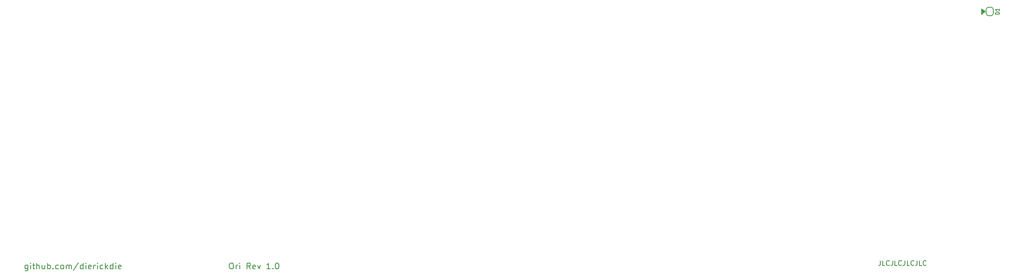
<source format=gbr>
G04 #@! TF.GenerationSoftware,KiCad,Pcbnew,(5.1.10-1-10_14)*
G04 #@! TF.CreationDate,2021-08-22T11:54:37-05:00*
G04 #@! TF.ProjectId,ori_bottom_plate,6f72695f-626f-4747-946f-6d5f706c6174,rev?*
G04 #@! TF.SameCoordinates,Original*
G04 #@! TF.FileFunction,Legend,Top*
G04 #@! TF.FilePolarity,Positive*
%FSLAX46Y46*%
G04 Gerber Fmt 4.6, Leading zero omitted, Abs format (unit mm)*
G04 Created by KiCad (PCBNEW (5.1.10-1-10_14)) date 2021-08-22 11:54:37*
%MOMM*%
%LPD*%
G01*
G04 APERTURE LIST*
%ADD10C,0.150000*%
%ADD11C,0.200000*%
%ADD12C,0.100000*%
G04 APERTURE END LIST*
D10*
X368073034Y-111954084D02*
X368073034Y-112668370D01*
X368025415Y-112811227D01*
X367930177Y-112906465D01*
X367787320Y-112954084D01*
X367692082Y-112954084D01*
X369025415Y-112954084D02*
X368549224Y-112954084D01*
X368549224Y-111954084D01*
X369930177Y-112858846D02*
X369882558Y-112906465D01*
X369739701Y-112954084D01*
X369644462Y-112954084D01*
X369501605Y-112906465D01*
X369406367Y-112811227D01*
X369358748Y-112715989D01*
X369311129Y-112525513D01*
X369311129Y-112382656D01*
X369358748Y-112192180D01*
X369406367Y-112096942D01*
X369501605Y-112001704D01*
X369644462Y-111954084D01*
X369739701Y-111954084D01*
X369882558Y-112001704D01*
X369930177Y-112049323D01*
X370644462Y-111954084D02*
X370644462Y-112668370D01*
X370596843Y-112811227D01*
X370501605Y-112906465D01*
X370358748Y-112954084D01*
X370263510Y-112954084D01*
X371596843Y-112954084D02*
X371120653Y-112954084D01*
X371120653Y-111954084D01*
X372501605Y-112858846D02*
X372453986Y-112906465D01*
X372311129Y-112954084D01*
X372215891Y-112954084D01*
X372073034Y-112906465D01*
X371977796Y-112811227D01*
X371930177Y-112715989D01*
X371882558Y-112525513D01*
X371882558Y-112382656D01*
X371930177Y-112192180D01*
X371977796Y-112096942D01*
X372073034Y-112001704D01*
X372215891Y-111954084D01*
X372311129Y-111954084D01*
X372453986Y-112001704D01*
X372501605Y-112049323D01*
X373215891Y-111954084D02*
X373215891Y-112668370D01*
X373168272Y-112811227D01*
X373073034Y-112906465D01*
X372930177Y-112954084D01*
X372834939Y-112954084D01*
X374168272Y-112954084D02*
X373692082Y-112954084D01*
X373692082Y-111954084D01*
X375073034Y-112858846D02*
X375025415Y-112906465D01*
X374882558Y-112954084D01*
X374787320Y-112954084D01*
X374644462Y-112906465D01*
X374549224Y-112811227D01*
X374501605Y-112715989D01*
X374453986Y-112525513D01*
X374453986Y-112382656D01*
X374501605Y-112192180D01*
X374549224Y-112096942D01*
X374644462Y-112001704D01*
X374787320Y-111954084D01*
X374882558Y-111954084D01*
X375025415Y-112001704D01*
X375073034Y-112049323D01*
X375787320Y-111954084D02*
X375787320Y-112668370D01*
X375739701Y-112811227D01*
X375644462Y-112906465D01*
X375501605Y-112954084D01*
X375406367Y-112954084D01*
X376739701Y-112954084D02*
X376263510Y-112954084D01*
X376263510Y-111954084D01*
X377644462Y-112858846D02*
X377596843Y-112906465D01*
X377453986Y-112954084D01*
X377358748Y-112954084D01*
X377215891Y-112906465D01*
X377120653Y-112811227D01*
X377073034Y-112715989D01*
X377025415Y-112525513D01*
X377025415Y-112382656D01*
X377073034Y-112192180D01*
X377120653Y-112096942D01*
X377215891Y-112001704D01*
X377358748Y-111954084D01*
X377453986Y-111954084D01*
X377596843Y-112001704D01*
X377644462Y-112049323D01*
D11*
X189208200Y-112868218D02*
X189208200Y-113880123D01*
X189148676Y-113999171D01*
X189089152Y-114058695D01*
X188970105Y-114118218D01*
X188791533Y-114118218D01*
X188672486Y-114058695D01*
X189208200Y-113642028D02*
X189089152Y-113701552D01*
X188851057Y-113701552D01*
X188732009Y-113642028D01*
X188672486Y-113582504D01*
X188612962Y-113463456D01*
X188612962Y-113106314D01*
X188672486Y-112987266D01*
X188732009Y-112927742D01*
X188851057Y-112868218D01*
X189089152Y-112868218D01*
X189208200Y-112927742D01*
X189803438Y-113701552D02*
X189803438Y-112868218D01*
X189803438Y-112451552D02*
X189743914Y-112511076D01*
X189803438Y-112570599D01*
X189862962Y-112511076D01*
X189803438Y-112451552D01*
X189803438Y-112570599D01*
X190220105Y-112868218D02*
X190696295Y-112868218D01*
X190398676Y-112451552D02*
X190398676Y-113522980D01*
X190458200Y-113642028D01*
X190577248Y-113701552D01*
X190696295Y-113701552D01*
X191112962Y-113701552D02*
X191112962Y-112451552D01*
X191648676Y-113701552D02*
X191648676Y-113046790D01*
X191589152Y-112927742D01*
X191470105Y-112868218D01*
X191291533Y-112868218D01*
X191172486Y-112927742D01*
X191112962Y-112987266D01*
X192779628Y-112868218D02*
X192779628Y-113701552D01*
X192243914Y-112868218D02*
X192243914Y-113522980D01*
X192303438Y-113642028D01*
X192422486Y-113701552D01*
X192601057Y-113701552D01*
X192720105Y-113642028D01*
X192779628Y-113582504D01*
X193374867Y-113701552D02*
X193374867Y-112451552D01*
X193374867Y-112927742D02*
X193493914Y-112868218D01*
X193732009Y-112868218D01*
X193851057Y-112927742D01*
X193910581Y-112987266D01*
X193970105Y-113106314D01*
X193970105Y-113463456D01*
X193910581Y-113582504D01*
X193851057Y-113642028D01*
X193732009Y-113701552D01*
X193493914Y-113701552D01*
X193374867Y-113642028D01*
X194505819Y-113582504D02*
X194565343Y-113642028D01*
X194505819Y-113701552D01*
X194446295Y-113642028D01*
X194505819Y-113582504D01*
X194505819Y-113701552D01*
X195636771Y-113642028D02*
X195517724Y-113701552D01*
X195279628Y-113701552D01*
X195160581Y-113642028D01*
X195101057Y-113582504D01*
X195041533Y-113463456D01*
X195041533Y-113106314D01*
X195101057Y-112987266D01*
X195160581Y-112927742D01*
X195279628Y-112868218D01*
X195517724Y-112868218D01*
X195636771Y-112927742D01*
X196351057Y-113701552D02*
X196232009Y-113642028D01*
X196172486Y-113582504D01*
X196112962Y-113463456D01*
X196112962Y-113106314D01*
X196172486Y-112987266D01*
X196232009Y-112927742D01*
X196351057Y-112868218D01*
X196529628Y-112868218D01*
X196648676Y-112927742D01*
X196708200Y-112987266D01*
X196767724Y-113106314D01*
X196767724Y-113463456D01*
X196708200Y-113582504D01*
X196648676Y-113642028D01*
X196529628Y-113701552D01*
X196351057Y-113701552D01*
X197303438Y-113701552D02*
X197303438Y-112868218D01*
X197303438Y-112987266D02*
X197362962Y-112927742D01*
X197482009Y-112868218D01*
X197660581Y-112868218D01*
X197779628Y-112927742D01*
X197839152Y-113046790D01*
X197839152Y-113701552D01*
X197839152Y-113046790D02*
X197898676Y-112927742D01*
X198017724Y-112868218D01*
X198196295Y-112868218D01*
X198315343Y-112927742D01*
X198374867Y-113046790D01*
X198374867Y-113701552D01*
X199862962Y-112392028D02*
X198791533Y-113999171D01*
X200815343Y-113701552D02*
X200815343Y-112451552D01*
X200815343Y-113642028D02*
X200696295Y-113701552D01*
X200458200Y-113701552D01*
X200339152Y-113642028D01*
X200279628Y-113582504D01*
X200220105Y-113463456D01*
X200220105Y-113106314D01*
X200279628Y-112987266D01*
X200339152Y-112927742D01*
X200458200Y-112868218D01*
X200696295Y-112868218D01*
X200815343Y-112927742D01*
X201410581Y-113701552D02*
X201410581Y-112868218D01*
X201410581Y-112451552D02*
X201351057Y-112511076D01*
X201410581Y-112570599D01*
X201470105Y-112511076D01*
X201410581Y-112451552D01*
X201410581Y-112570599D01*
X202482009Y-113642028D02*
X202362962Y-113701552D01*
X202124867Y-113701552D01*
X202005819Y-113642028D01*
X201946295Y-113522980D01*
X201946295Y-113046790D01*
X202005819Y-112927742D01*
X202124867Y-112868218D01*
X202362962Y-112868218D01*
X202482009Y-112927742D01*
X202541533Y-113046790D01*
X202541533Y-113165837D01*
X201946295Y-113284885D01*
X203077248Y-113701552D02*
X203077248Y-112868218D01*
X203077248Y-113106314D02*
X203136771Y-112987266D01*
X203196295Y-112927742D01*
X203315343Y-112868218D01*
X203434390Y-112868218D01*
X203851057Y-113701552D02*
X203851057Y-112868218D01*
X203851057Y-112451552D02*
X203791533Y-112511076D01*
X203851057Y-112570599D01*
X203910581Y-112511076D01*
X203851057Y-112451552D01*
X203851057Y-112570599D01*
X204982009Y-113642028D02*
X204862962Y-113701552D01*
X204624867Y-113701552D01*
X204505819Y-113642028D01*
X204446295Y-113582504D01*
X204386771Y-113463456D01*
X204386771Y-113106314D01*
X204446295Y-112987266D01*
X204505819Y-112927742D01*
X204624867Y-112868218D01*
X204862962Y-112868218D01*
X204982009Y-112927742D01*
X205517724Y-113701552D02*
X205517724Y-112451552D01*
X205636771Y-113225361D02*
X205993914Y-113701552D01*
X205993914Y-112868218D02*
X205517724Y-113344409D01*
X207065343Y-113701552D02*
X207065343Y-112451552D01*
X207065343Y-113642028D02*
X206946295Y-113701552D01*
X206708200Y-113701552D01*
X206589152Y-113642028D01*
X206529628Y-113582504D01*
X206470105Y-113463456D01*
X206470105Y-113106314D01*
X206529628Y-112987266D01*
X206589152Y-112927742D01*
X206708200Y-112868218D01*
X206946295Y-112868218D01*
X207065343Y-112927742D01*
X207660581Y-113701552D02*
X207660581Y-112868218D01*
X207660581Y-112451552D02*
X207601057Y-112511076D01*
X207660581Y-112570599D01*
X207720105Y-112511076D01*
X207660581Y-112451552D01*
X207660581Y-112570599D01*
X208732009Y-113642028D02*
X208612962Y-113701552D01*
X208374867Y-113701552D01*
X208255819Y-113642028D01*
X208196295Y-113522980D01*
X208196295Y-113046790D01*
X208255819Y-112927742D01*
X208374867Y-112868218D01*
X208612962Y-112868218D01*
X208732009Y-112927742D01*
X208791533Y-113046790D01*
X208791533Y-113165837D01*
X208196295Y-113284885D01*
X231821195Y-112451552D02*
X232059290Y-112451552D01*
X232178338Y-112511076D01*
X232297386Y-112630123D01*
X232356909Y-112868218D01*
X232356909Y-113284885D01*
X232297386Y-113522980D01*
X232178338Y-113642028D01*
X232059290Y-113701552D01*
X231821195Y-113701552D01*
X231702148Y-113642028D01*
X231583100Y-113522980D01*
X231523576Y-113284885D01*
X231523576Y-112868218D01*
X231583100Y-112630123D01*
X231702148Y-112511076D01*
X231821195Y-112451552D01*
X232892624Y-113701552D02*
X232892624Y-112868218D01*
X232892624Y-113106314D02*
X232952148Y-112987266D01*
X233011671Y-112927742D01*
X233130719Y-112868218D01*
X233249767Y-112868218D01*
X233666433Y-113701552D02*
X233666433Y-112868218D01*
X233666433Y-112451552D02*
X233606909Y-112511076D01*
X233666433Y-112570599D01*
X233725957Y-112511076D01*
X233666433Y-112451552D01*
X233666433Y-112570599D01*
X235928338Y-113701552D02*
X235511671Y-113106314D01*
X235214052Y-113701552D02*
X235214052Y-112451552D01*
X235690243Y-112451552D01*
X235809290Y-112511076D01*
X235868814Y-112570599D01*
X235928338Y-112689647D01*
X235928338Y-112868218D01*
X235868814Y-112987266D01*
X235809290Y-113046790D01*
X235690243Y-113106314D01*
X235214052Y-113106314D01*
X236940243Y-113642028D02*
X236821195Y-113701552D01*
X236583100Y-113701552D01*
X236464052Y-113642028D01*
X236404528Y-113522980D01*
X236404528Y-113046790D01*
X236464052Y-112927742D01*
X236583100Y-112868218D01*
X236821195Y-112868218D01*
X236940243Y-112927742D01*
X236999767Y-113046790D01*
X236999767Y-113165837D01*
X236404528Y-113284885D01*
X237416433Y-112868218D02*
X237714052Y-113701552D01*
X238011671Y-112868218D01*
X240095005Y-113701552D02*
X239380719Y-113701552D01*
X239737862Y-113701552D02*
X239737862Y-112451552D01*
X239618814Y-112630123D01*
X239499767Y-112749171D01*
X239380719Y-112808695D01*
X240630719Y-113582504D02*
X240690243Y-113642028D01*
X240630719Y-113701552D01*
X240571195Y-113642028D01*
X240630719Y-113582504D01*
X240630719Y-113701552D01*
X241464052Y-112451552D02*
X241583100Y-112451552D01*
X241702148Y-112511076D01*
X241761671Y-112570599D01*
X241821195Y-112689647D01*
X241880719Y-112927742D01*
X241880719Y-113225361D01*
X241821195Y-113463456D01*
X241761671Y-113582504D01*
X241702148Y-113642028D01*
X241583100Y-113701552D01*
X241464052Y-113701552D01*
X241345005Y-113642028D01*
X241285481Y-113582504D01*
X241225957Y-113463456D01*
X241166433Y-113225361D01*
X241166433Y-112927742D01*
X241225957Y-112689647D01*
X241285481Y-112570599D01*
X241345005Y-112511076D01*
X241464052Y-112451552D01*
D12*
G36*
X390047170Y-59518840D02*
G01*
X389247170Y-60118840D01*
X389247170Y-58918840D01*
X390047170Y-59518840D01*
G37*
X390047170Y-59518840D02*
X389247170Y-60118840D01*
X389247170Y-58918840D01*
X390047170Y-59518840D01*
D11*
X390761408Y-58618840D02*
X391261370Y-58618840D01*
X391761370Y-59918840D02*
X391761370Y-59118840D01*
X391261332Y-60418840D02*
X390761370Y-60418840D01*
X390261370Y-59918840D02*
X390261370Y-59118840D01*
X390261370Y-59118840D02*
G75*
G02*
X390761370Y-58618840I500000J0D01*
G01*
X391261370Y-58618840D02*
G75*
G02*
X391761370Y-59118840I0J-500000D01*
G01*
X391761370Y-59918840D02*
G75*
G02*
X391261370Y-60418840I-500000J0D01*
G01*
X390761370Y-60418840D02*
G75*
G02*
X390261370Y-59918840I0J500000D01*
G01*
D10*
X393025274Y-60035506D02*
X392225274Y-60035506D01*
X392225274Y-59868840D01*
X392263370Y-59768840D01*
X392339560Y-59702173D01*
X392415750Y-59668840D01*
X392568131Y-59635506D01*
X392682417Y-59635506D01*
X392834798Y-59668840D01*
X392910989Y-59702173D01*
X392987179Y-59768840D01*
X393025274Y-59868840D01*
X393025274Y-60035506D01*
X393025274Y-58968840D02*
X393025274Y-59368840D01*
X393025274Y-59168840D02*
X392225274Y-59168840D01*
X392339560Y-59235506D01*
X392415750Y-59302173D01*
X392453846Y-59368840D01*
M02*

</source>
